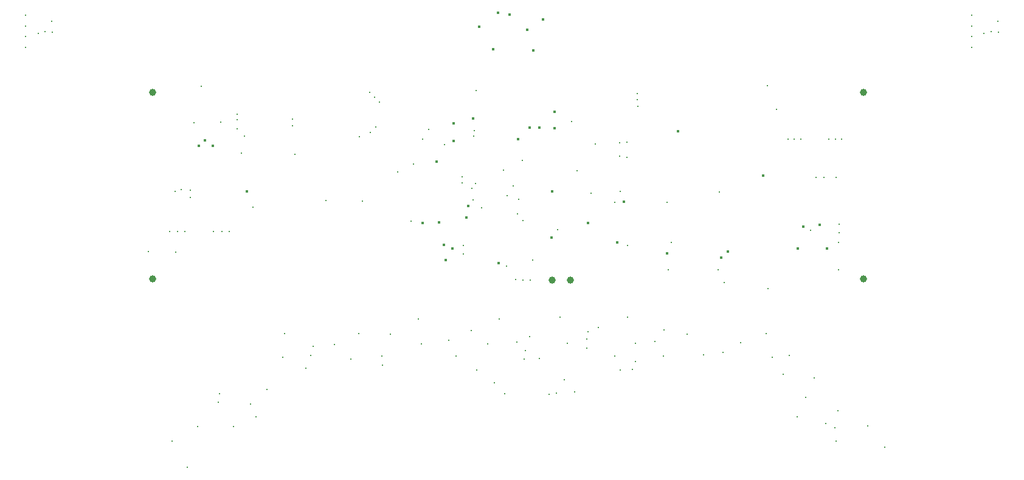
<source format=gbr>
%TF.GenerationSoftware,KiCad,Pcbnew,8.0.4*%
%TF.CreationDate,2024-11-30T23:44:53+01:00*%
%TF.ProjectId,ALL_PCBS,414c4c5f-5043-4425-932e-6b696361645f,rev?*%
%TF.SameCoordinates,Original*%
%TF.FileFunction,Plated,1,4,PTH,Drill*%
%TF.FilePolarity,Positive*%
%FSLAX46Y46*%
G04 Gerber Fmt 4.6, Leading zero omitted, Abs format (unit mm)*
G04 Created by KiCad (PCBNEW 8.0.4) date 2024-11-30 23:44:53*
%MOMM*%
%LPD*%
G01*
G04 APERTURE LIST*
%TA.AperFunction,ViaDrill*%
%ADD10C,0.260000*%
%TD*%
%TA.AperFunction,ViaDrill*%
%ADD11C,0.300000*%
%TD*%
%TA.AperFunction,ViaDrill*%
%ADD12C,0.400000*%
%TD*%
%TA.AperFunction,ComponentDrill*%
%ADD13C,1.000000*%
%TD*%
G04 APERTURE END LIST*
D10*
X144005000Y-109920000D03*
X146180000Y-108845000D03*
X152980000Y-110570000D03*
X153005000Y-111470000D03*
X153180000Y-120170000D03*
X153180000Y-121370000D03*
X154342500Y-112182500D03*
X154480000Y-113845000D03*
X154580000Y-104970000D03*
X154673413Y-104163413D03*
X154880000Y-111570000D03*
X155684722Y-114945000D03*
X158730000Y-109670000D03*
X159205000Y-113270000D03*
X160117347Y-111907347D03*
X160680000Y-115770000D03*
X160830000Y-113770000D03*
X161380000Y-108345000D03*
X161480000Y-116670000D03*
X174980000Y-112632347D03*
X177348769Y-99025595D03*
X177380000Y-99870000D03*
X177430000Y-100745000D03*
X188805000Y-112745000D03*
X201510000Y-118028000D03*
D11*
X92180000Y-88080000D03*
X92180000Y-89580000D03*
X92180000Y-91080000D03*
X92180000Y-92580000D03*
X93930000Y-90630000D03*
X94930000Y-90330000D03*
X95855000Y-88905000D03*
X95950000Y-90450000D03*
X109270000Y-121060000D03*
X112230000Y-118200000D03*
X112620000Y-147410000D03*
X113055000Y-112645000D03*
X113130000Y-121070000D03*
X113320000Y-118200000D03*
X113830000Y-112420000D03*
X114410000Y-118200000D03*
X114720000Y-151110000D03*
X115105000Y-112470000D03*
X115105000Y-113520000D03*
X115605000Y-103045000D03*
X116120000Y-145410000D03*
X116655000Y-98020000D03*
X118360000Y-118200000D03*
X119020000Y-142010000D03*
X119220000Y-140810000D03*
X119355000Y-103020000D03*
X119540000Y-118210000D03*
X120570000Y-118200000D03*
X121120000Y-145410000D03*
X121655000Y-101845000D03*
X121655000Y-102670000D03*
X121655000Y-103920000D03*
X122210000Y-107320000D03*
X122705000Y-104970000D03*
X123520000Y-142310000D03*
X123830000Y-114845000D03*
X124320000Y-144010000D03*
X125820000Y-140210000D03*
X128020000Y-135710000D03*
X128220000Y-132410000D03*
X129380000Y-103460000D03*
X129390000Y-102570000D03*
X129710000Y-107470000D03*
X131220000Y-137310000D03*
X131920000Y-135510000D03*
X132220000Y-134210000D03*
X133980000Y-113870000D03*
X135220000Y-134010000D03*
X137520000Y-136010000D03*
X138620000Y-132410000D03*
X138690000Y-105000000D03*
X139070000Y-114000000D03*
X140090000Y-98820000D03*
X140180000Y-104460000D03*
X140820000Y-99550000D03*
X140970000Y-103630000D03*
X141430000Y-100150000D03*
X141820000Y-135610000D03*
X141920000Y-136810000D03*
X143020000Y-132510000D03*
X145880000Y-116745000D03*
X146920000Y-130410000D03*
X147320000Y-133910000D03*
X147455000Y-105395000D03*
X148330000Y-103995000D03*
X150510000Y-106120000D03*
X151120000Y-133410000D03*
X152120000Y-135610000D03*
X154220000Y-132010000D03*
X154930000Y-98620000D03*
X155020000Y-137510000D03*
X156520000Y-133910000D03*
X157445000Y-139310000D03*
X158120000Y-130410000D03*
X158920000Y-140810000D03*
X159155000Y-123070000D03*
X160410000Y-124950000D03*
X160620000Y-133610000D03*
X161460000Y-124970000D03*
X161620000Y-136010000D03*
X161820000Y-134810000D03*
X162420000Y-132910000D03*
X162460000Y-124970000D03*
X162830000Y-122195000D03*
X163720000Y-135910000D03*
X165120000Y-140910000D03*
X166070000Y-140710000D03*
X166270000Y-117970000D03*
X166620000Y-130160000D03*
X167220000Y-138910000D03*
X167620000Y-133810000D03*
X168205000Y-102920000D03*
X168620000Y-140610000D03*
X168990000Y-109800000D03*
X170320000Y-133210000D03*
X170320000Y-134510000D03*
X170520000Y-132210000D03*
X170950000Y-112860000D03*
X171555000Y-106020000D03*
X171920000Y-131610000D03*
X174220000Y-135616980D03*
X174230000Y-114145000D03*
X174910000Y-105860000D03*
X174910000Y-107750000D03*
X175020000Y-137510000D03*
X175890000Y-107880000D03*
X175900000Y-105810000D03*
X176005000Y-120170000D03*
X176020000Y-130160000D03*
X176720000Y-137410000D03*
X177120000Y-133810000D03*
X177120000Y-136310000D03*
X179820000Y-133510000D03*
X181020000Y-135610000D03*
X181120000Y-131910000D03*
X181530000Y-114145000D03*
X181670000Y-123580000D03*
X182070000Y-119740000D03*
X184320000Y-132510000D03*
X186620000Y-135410000D03*
X188650000Y-123590000D03*
X189320000Y-135110000D03*
X189450000Y-125370000D03*
X191720000Y-133710000D03*
X195320000Y-132410000D03*
X195505000Y-97895000D03*
X195610000Y-126160000D03*
X196120000Y-135710000D03*
X196755000Y-101245000D03*
X197720000Y-138110000D03*
X198350000Y-105330000D03*
X198520000Y-135510000D03*
X199230000Y-105330000D03*
X199620000Y-144010000D03*
X200180000Y-105330000D03*
X200834492Y-141324492D03*
X202020000Y-138610000D03*
X202290000Y-110660000D03*
X203360000Y-110660000D03*
X203620000Y-145010000D03*
X204050000Y-105330000D03*
X204920000Y-145610000D03*
X204930000Y-105330000D03*
X205020000Y-147410000D03*
X205040000Y-110660000D03*
X205320000Y-143210000D03*
X205355000Y-123570000D03*
X205420000Y-119730000D03*
X205440000Y-118390000D03*
X205455000Y-117230000D03*
X205830000Y-105330000D03*
X209420000Y-145310000D03*
X211820000Y-148310000D03*
X223910000Y-88080000D03*
X223910000Y-89580000D03*
X223910000Y-91080000D03*
X223910000Y-92580000D03*
X225660000Y-90630000D03*
X226660000Y-90330000D03*
X227585000Y-88905000D03*
X227680000Y-90450000D03*
D12*
X116280000Y-106270000D03*
X117205000Y-105495000D03*
X118280000Y-106245000D03*
X122990000Y-112650000D03*
X147480000Y-117070000D03*
X149430000Y-108470000D03*
X149805000Y-116995000D03*
X150430000Y-120095000D03*
X150730000Y-122220000D03*
X151630000Y-120620000D03*
X151780000Y-103170000D03*
X151780000Y-105570000D03*
X153605000Y-116295000D03*
X153860000Y-114690000D03*
X154468000Y-102482000D03*
X155357000Y-89680000D03*
X157332000Y-92830000D03*
X158017000Y-87730000D03*
X158080000Y-122670000D03*
X159557000Y-88005000D03*
X160792653Y-105382653D03*
X162032000Y-90105000D03*
X162405625Y-103769344D03*
X162907000Y-93005000D03*
X163755571Y-103745026D03*
X164282000Y-88655000D03*
X165405000Y-119070000D03*
X165480000Y-112632347D03*
X165830000Y-103870000D03*
X165842500Y-101557500D03*
X170480000Y-117040000D03*
X174530000Y-119770000D03*
X175530000Y-114045000D03*
X181505000Y-121295000D03*
X183080000Y-104245000D03*
X189050000Y-121870000D03*
X189990000Y-121030000D03*
X194855000Y-110470000D03*
X199732000Y-120568000D03*
X200494000Y-117520000D03*
X202780000Y-117266000D03*
X203796000Y-120568000D03*
D13*
%TO.C,P4*%
X109880000Y-98870000D03*
%TO.C,P3*%
X109880000Y-124870000D03*
%TO.C,+VIN-*%
X165490000Y-124960000D03*
X168030000Y-124960000D03*
%TO.C,P1*%
X208880000Y-98870000D03*
%TO.C,P2*%
X208880000Y-124870000D03*
M02*

</source>
